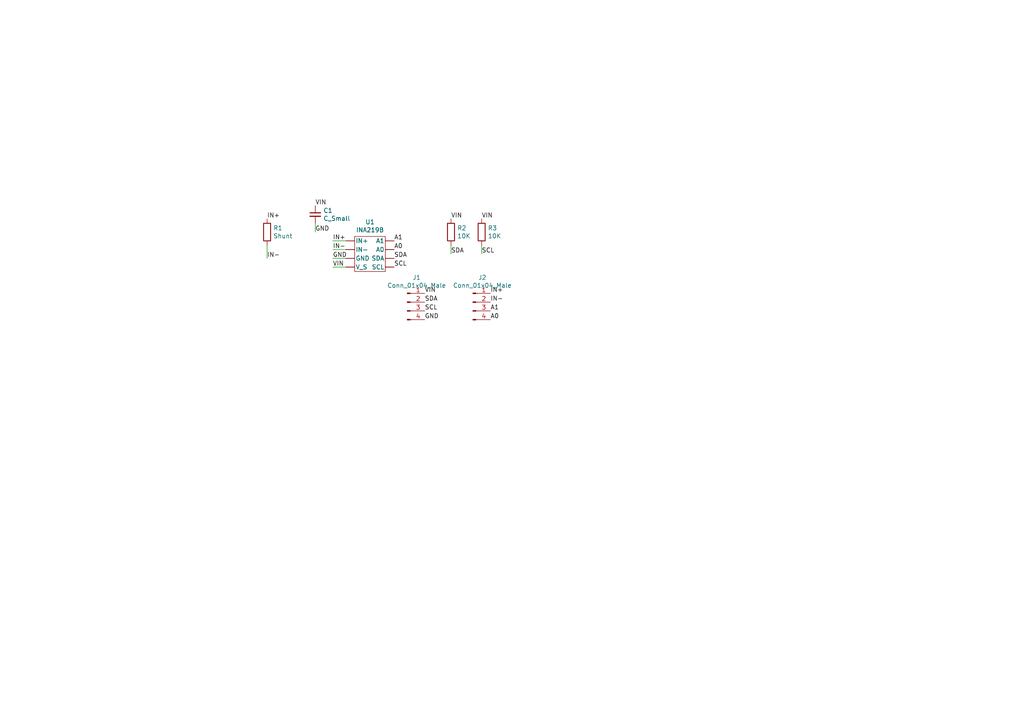
<source format=kicad_sch>
(kicad_sch (version 20211123) (generator eeschema)
  (paper "A4")
  (lib_symbols
    (symbol "Connector:Conn_01x04_Male" (pin_names (offset 1.016) hide)
      (property "Reference" "J" (at 0 5.08 0))
      (property "Value" "Connector_Conn_01x04_Male" (at 0 -7.62 0))
      (symbol "Conn_01x04_Male_1_1"
        (polyline (pts (xy 1.27 -5.08) (xy 0.8636 -5.08)) (stroke (width 0.1524)))
        (polyline (pts (xy 1.27 -2.54) (xy 0.8636 -2.54)) (stroke (width 0.1524)))
        (polyline (pts (xy 1.27 0) (xy 0.8636 0)) (stroke (width 0.1524)))
        (polyline (pts (xy 1.27 2.54) (xy 0.8636 2.54)) (stroke (width 0.1524)))
        (rectangle (start 0.8636 -4.953) (end 0 -5.207) (stroke (width 0.1524)) (fill (type outline)))
        (rectangle (start 0.8636 -2.413) (end 0 -2.667) (stroke (width 0.1524)) (fill (type outline)))
        (rectangle (start 0.8636 0.127) (end 0 -0.127) (stroke (width 0.1524)) (fill (type outline)))
        (rectangle (start 0.8636 2.667) (end 0 2.413) (stroke (width 0.1524)) (fill (type outline)))
        (pin passive line (at 5.08 2.54 180) (length 3.81) (name "Pin_1") (number "1"))
        (pin passive line (at 5.08 0 180) (length 3.81) (name "Pin_2") (number "2"))
        (pin passive line (at 5.08 -2.54 180) (length 3.81) (name "Pin_3") (number "3"))
        (pin passive line (at 5.08 -5.08 180) (length 3.81) (name "Pin_4") (number "4"))
      )
    )
    (symbol "Device:C_Small" (pin_numbers hide) (pin_names (offset 0.254) hide)
      (property "Reference" "C" (at 0.254 1.778 0))
      (property "Value" "Device_C_Small" (at 0.254 -2.032 0))
      (symbol "C_Small_0_1"
        (polyline (pts (xy -1.524 -0.508) (xy 1.524 -0.508)) (stroke (width 0.3302)))
        (polyline (pts (xy -1.524 0.508) (xy 1.524 0.508)) (stroke (width 0.3048)))
      )
      (symbol "C_Small_1_1"
        (pin passive line (at 0 2.54 270) (length 2.032) (name "~") (number "1"))
        (pin passive line (at 0 -2.54 90) (length 2.032) (name "~") (number "2"))
      )
    )
    (symbol "Device:R" (pin_numbers hide) (pin_names (offset 0))
      (property "Reference" "R" (at 2.032 0 90))
      (property "Value" "Device_R" (at 0 0 90))
      (symbol "R_0_1"
        (rectangle (start -1.016 -2.54) (end 1.016 2.54) (stroke (width 0.254)))
      )
      (symbol "R_1_1"
        (pin passive line (at 0 3.81 270) (length 1.27) (name "~") (number "1"))
        (pin passive line (at 0 -3.81 90) (length 1.27) (name "~") (number "2"))
      )
    )
    (symbol "HS2_Parts:INA219B" (pin_numbers hide) (pin_names (offset 0.254))
      (property "Reference" "U" (at 3.81 -11.43 0))
      (property "Value" "HS2_Parts_INA219B" (at 3.81 1.27 0))
      (symbol "INA219B_0_1"
        (rectangle (start 0 0) (end 8.89 -10.16))
      )
      (symbol "INA219B_1_1"
        (pin input line (at -2.54 -1.27 0) (length 2.54) (name "IN+") (number "1"))
        (pin input line (at -2.54 -3.81 0) (length 2.54) (name "IN-") (number "2"))
        (pin power_in line (at -2.54 -6.35 0) (length 2.54) (name "GND") (number "3"))
        (pin power_in line (at -2.54 -8.89 0) (length 2.54) (name "V_S") (number "4"))
        (pin bidirectional line (at 11.43 -8.89 180) (length 2.54) (name "SCL") (number "5"))
        (pin bidirectional line (at 11.43 -6.35 180) (length 2.54) (name "SDA") (number "6"))
        (pin input line (at 11.43 -3.81 180) (length 2.54) (name "A0") (number "7"))
        (pin input line (at 11.43 -1.27 180) (length 2.54) (name "A1") (number "8"))
      )
    )
  )
  (wire (pts (xy 130.81 73.66) (xy 130.81 71.12)))
  (wire (pts (xy 91.44 67.31) (xy 91.44 64.77)))
  (wire (pts (xy 96.52 69.85) (xy 100.33 69.85)))
  (wire (pts (xy 96.52 74.93) (xy 100.33 74.93)))
  (wire (pts (xy 139.7 73.66) (xy 139.7 71.12)))
  (wire (pts (xy 96.52 72.39) (xy 100.33 72.39)))
  (wire (pts (xy 77.47 74.93) (xy 77.47 71.12)))
  (wire (pts (xy 96.52 77.47) (xy 100.33 77.47)))
  (label "VIN" (at 139.7 63.5 0))
  (label "SCL" (at 139.7 73.66 0))
  (label "A0" (at 114.3 72.39 0))
  (label "IN-" (at 96.52 72.39 0))
  (label "GND" (at 123.19 92.71 0))
  (label "VIN" (at 123.19 85.09 0))
  (label "SDA" (at 114.3 74.93 0))
  (label "IN+" (at 142.24 85.09 0))
  (label "IN+" (at 96.52 69.85 0))
  (label "SDA" (at 123.19 87.63 0))
  (label "VIN" (at 130.81 63.5 0))
  (label "IN+" (at 77.47 63.5 0))
  (label "IN-" (at 142.24 87.63 0))
  (label "IN-" (at 77.47 74.93 0))
  (label "A0" (at 142.24 92.71 0))
  (label "VIN" (at 96.52 77.47 0))
  (label "SDA" (at 130.81 73.66 0))
  (label "GND" (at 91.44 67.31 0))
  (label "A1" (at 114.3 69.85 0))
  (label "SCL" (at 123.19 90.17 0))
  (label "A1" (at 142.24 90.17 0))
  (label "SCL" (at 114.3 77.47 0))
  (label "GND" (at 96.52 74.93 0))
  (label "VIN" (at 91.44 59.69 0))
  (symbol (lib_id "HS2_Parts:INA219B") (at 102.87 68.58 0) (unit 1)
    (property "Reference" "U1" (at 107.315 64.389 0))
    (property "Value" "INA219B" (at 107.315 66.7004 0))
    (property "Footprint" "HS2_parts:SOT-23-8" (effects hide))
    (property "Datasheet" "https://www.ti.com/lit/ds/symlink/ina219.pdf" (effects hide))
  )
  (symbol (lib_id "Device:R") (at 130.81 67.31 0) (unit 1)
    (property "Reference" "R2" (at 132.588 66.1416 0) (effects (justify left)))
    (property "Value" "10K" (at 132.588 68.453 0) (effects (justify left)))
    (property "Footprint" "Resistor_SMD:R_0402_1005Metric" (effects hide))
  )
  (symbol (lib_id "Device:R") (at 139.7 67.31 0) (unit 1)
    (property "Reference" "R3" (at 141.478 66.1416 0) (effects (justify left)))
    (property "Value" "10K" (at 141.478 68.453 0) (effects (justify left)))
    (property "Footprint" "Resistor_SMD:R_0402_1005Metric" (effects hide))
  )
  (symbol (lib_id "Device:R") (at 77.47 67.31 0) (unit 1)
    (property "Reference" "R1" (at 79.248 66.1416 0) (effects (justify left)))
    (property "Value" "Shunt" (at 79.248 68.453 0) (effects (justify left)))
    (property "Footprint" "Resistor_SMD:R_2512_6332Metric" (effects hide))
  )
  (symbol (lib_id "Device:C_Small") (at 91.44 62.23 0) (unit 1)
    (property "Reference" "C1" (at 93.7768 61.0616 0) (effects (justify left)))
    (property "Value" "C_Small" (at 93.7768 63.373 0) (effects (justify left)))
    (property "Footprint" "Capacitor_SMD:C_0603_1608Metric" (effects hide))
  )
  (symbol (lib_id "Connector:Conn_01x04_Male") (at 118.11 87.63 0) (unit 1)
    (property "Reference" "J1" (at 120.8532 80.4926 0))
    (property "Value" "Conn_01x04_Male" (at 120.8532 82.804 0))
    (property "Footprint" "Connector_PinHeader_2.54mm:PinHeader_1x04_P2.54mm_Vertical" (effects hide))
  )
  (symbol (lib_id "Connector:Conn_01x04_Male") (at 137.16 87.63 0) (unit 1)
    (property "Reference" "J2" (at 139.9032 80.4926 0))
    (property "Value" "Conn_01x04_Male" (at 139.9032 82.804 0))
    (property "Footprint" "Connector_PinHeader_2.54mm:PinHeader_1x04_P2.54mm_Vertical" (effects hide))
  )
)
</source>
